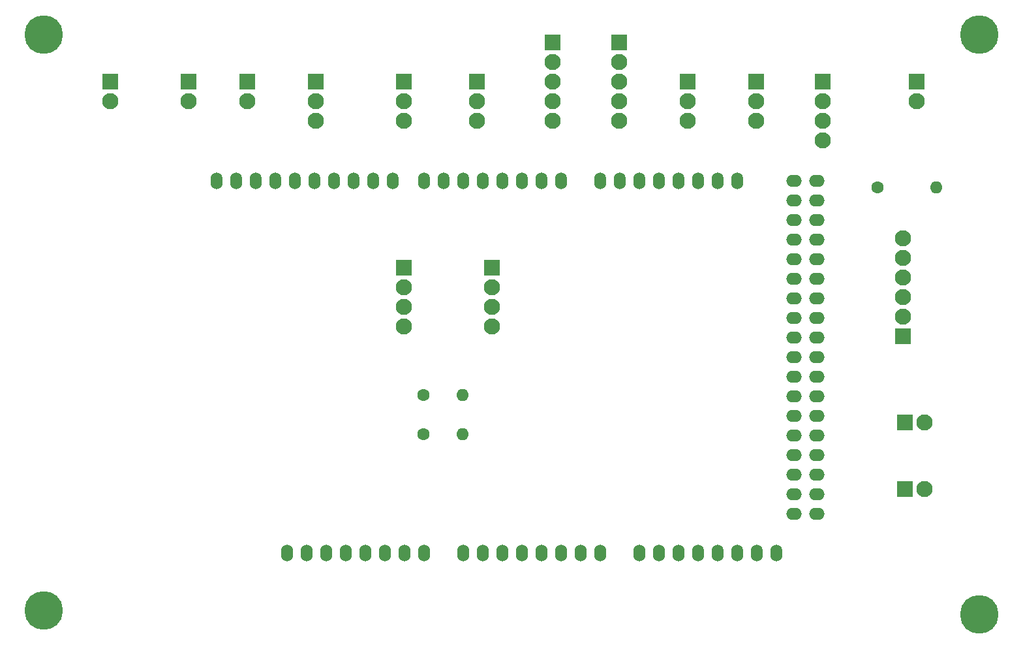
<source format=gtl>
G04 #@! TF.GenerationSoftware,KiCad,Pcbnew,(5.1.6)-1*
G04 #@! TF.CreationDate,2020-09-10T09:03:44+05:30*
G04 #@! TF.ProjectId,PCB board,50434220-626f-4617-9264-2e6b69636164,rev?*
G04 #@! TF.SameCoordinates,Original*
G04 #@! TF.FileFunction,Copper,L1,Top*
G04 #@! TF.FilePolarity,Positive*
%FSLAX46Y46*%
G04 Gerber Fmt 4.6, Leading zero omitted, Abs format (unit mm)*
G04 Created by KiCad (PCBNEW (5.1.6)-1) date 2020-09-10 09:03:44*
%MOMM*%
%LPD*%
G01*
G04 APERTURE LIST*
G04 #@! TA.AperFunction,ComponentPad*
%ADD10C,5.000000*%
G04 #@! TD*
G04 #@! TA.AperFunction,ComponentPad*
%ADD11O,1.600000X1.600000*%
G04 #@! TD*
G04 #@! TA.AperFunction,ComponentPad*
%ADD12C,1.600000*%
G04 #@! TD*
G04 #@! TA.AperFunction,ComponentPad*
%ADD13R,2.100000X2.100000*%
G04 #@! TD*
G04 #@! TA.AperFunction,ComponentPad*
%ADD14C,2.100000*%
G04 #@! TD*
G04 #@! TA.AperFunction,ComponentPad*
%ADD15O,1.524000X2.197100*%
G04 #@! TD*
G04 #@! TA.AperFunction,ComponentPad*
%ADD16O,1.998980X1.539240*%
G04 #@! TD*
G04 #@! TA.AperFunction,ComponentPad*
%ADD17O,1.998980X1.536700*%
G04 #@! TD*
G04 #@! TA.AperFunction,ComponentPad*
%ADD18O,1.524000X2.199640*%
G04 #@! TD*
G04 APERTURE END LIST*
D10*
X92964000Y-52324000D03*
X92964000Y-127000000D03*
X214376000Y-127508000D03*
X214376000Y-52324000D03*
D11*
X208788000Y-72136000D03*
D12*
X201168000Y-72136000D03*
D13*
X204724000Y-102616000D03*
D14*
X207264000Y-102616000D03*
X207264000Y-111252000D03*
D13*
X204724000Y-111252000D03*
D15*
X115376001Y-71310501D03*
X117916001Y-71310501D03*
X120456001Y-71310501D03*
X122996001Y-71310501D03*
X125536001Y-71310501D03*
X128076001Y-71310501D03*
X130616001Y-71310501D03*
X133156001Y-71310501D03*
X135696001Y-71310501D03*
X138236001Y-71310501D03*
X142300001Y-71310501D03*
X144840001Y-71310501D03*
X147380001Y-71310501D03*
X149920001Y-71310501D03*
X152460001Y-71310501D03*
X155000001Y-71310501D03*
X157540001Y-71310501D03*
X160080001Y-71310501D03*
X165160001Y-71310501D03*
X167700001Y-71310501D03*
X170240001Y-71310501D03*
X172780001Y-71310501D03*
X175320001Y-71310501D03*
X177860001Y-71310501D03*
X180400001Y-71310501D03*
X182940001Y-71310501D03*
D16*
X190311081Y-86550501D03*
X190311081Y-89090501D03*
X190311081Y-91630501D03*
X190311081Y-94170501D03*
X190311081Y-96710501D03*
X190311081Y-99250501D03*
X190311081Y-101790501D03*
X190311081Y-104330501D03*
D17*
X193346381Y-111950501D03*
X193346381Y-114490501D03*
D16*
X190311081Y-71310501D03*
X190311081Y-73850501D03*
X190311081Y-76390501D03*
X190311081Y-78930501D03*
X190311081Y-81470501D03*
X190311081Y-84010501D03*
D17*
X193346381Y-91630501D03*
X193346381Y-94170501D03*
X193346381Y-96710501D03*
X193346381Y-99250501D03*
X193346381Y-101790501D03*
X193346381Y-104330501D03*
X193346381Y-106870501D03*
X193346381Y-109410501D03*
D15*
X185480001Y-119570501D03*
X182940001Y-119570501D03*
X180400001Y-119570501D03*
X177860001Y-119570501D03*
D18*
X175320001Y-119570501D03*
X172780001Y-119570501D03*
X170240001Y-119570501D03*
X165160001Y-119570501D03*
X129600001Y-119570501D03*
X127060001Y-119570501D03*
X124520001Y-119570501D03*
X139760001Y-119570501D03*
X137220001Y-119570501D03*
X134680001Y-119570501D03*
X132140001Y-119570501D03*
X162620001Y-119570501D03*
X160080001Y-119570501D03*
X157540001Y-119570501D03*
X155000001Y-119570501D03*
X152460001Y-119570501D03*
X149920001Y-119570501D03*
X147380001Y-119570501D03*
X142300001Y-119570501D03*
D17*
X193346381Y-71310501D03*
X193346381Y-73850501D03*
X193346381Y-76390501D03*
X193346381Y-78930501D03*
X193346381Y-81470501D03*
X193346381Y-84010501D03*
X193346381Y-86550501D03*
X193346381Y-89090501D03*
D16*
X190311081Y-106870501D03*
X190311081Y-109410501D03*
X190311081Y-111950501D03*
X190311081Y-114490501D03*
D15*
X188020001Y-119570501D03*
D11*
X147320000Y-104140000D03*
D12*
X142240000Y-104140000D03*
D11*
X147320000Y-99060000D03*
D12*
X142240000Y-99060000D03*
D13*
X176530000Y-58420000D03*
D14*
X176530000Y-60960000D03*
X176530000Y-63500000D03*
X149225000Y-63500000D03*
X149225000Y-60960000D03*
D13*
X149225000Y-58420000D03*
D14*
X139700000Y-63500000D03*
X139700000Y-60960000D03*
D13*
X139700000Y-58420000D03*
X101600000Y-58420000D03*
D14*
X101600000Y-60960000D03*
X128270000Y-63500000D03*
X128270000Y-60960000D03*
D13*
X128270000Y-58420000D03*
X111760000Y-58420000D03*
D14*
X111760000Y-60960000D03*
D13*
X119380000Y-58420000D03*
D14*
X119380000Y-60960000D03*
X151130000Y-90170000D03*
X151130000Y-87630000D03*
X151130000Y-85090000D03*
D13*
X151130000Y-82550000D03*
X139700000Y-82550000D03*
D14*
X139700000Y-85090000D03*
X139700000Y-87630000D03*
X139700000Y-90170000D03*
D13*
X204470000Y-91440000D03*
D14*
X204470000Y-88900000D03*
X204470000Y-86360000D03*
X204470000Y-83820000D03*
X204470000Y-81280000D03*
X204470000Y-78740000D03*
D13*
X185420000Y-58420000D03*
D14*
X185420000Y-60960000D03*
X185420000Y-63500000D03*
D13*
X194056000Y-58420000D03*
D14*
X194056000Y-60960000D03*
X194056000Y-63500000D03*
X194056000Y-66040000D03*
D13*
X206248000Y-58420000D03*
D14*
X206248000Y-60960000D03*
D13*
X159004000Y-53340000D03*
D14*
X159004000Y-55880000D03*
X159004000Y-58420000D03*
X159004000Y-60960000D03*
X159004000Y-63500000D03*
D13*
X167640000Y-53340000D03*
D14*
X167640000Y-55880000D03*
X167640000Y-58420000D03*
X167640000Y-60960000D03*
X167640000Y-63500000D03*
M02*

</source>
